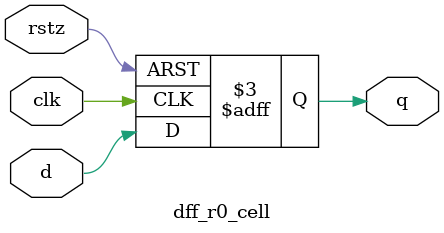
<source format=v>
module dff_r0_cell #(parameter DW=1)
( rstz, clk, d, q );
input rstz, clk;
input [DW-1:0] d;
output [DW-1:0] q;

reg [DW-1:0] q;
always @(posedge clk or negedge rstz)
  begin
    if (~rstz)
      q <= {DW{1'b0}};
    else
      q <= d;
  end
endmodule

</source>
